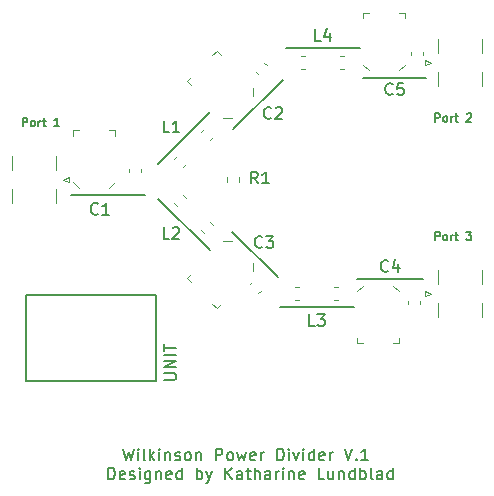
<source format=gbr>
G04 #@! TF.GenerationSoftware,KiCad,Pcbnew,(6.0.4)*
G04 #@! TF.CreationDate,2022-07-08T01:04:45-04:00*
G04 #@! TF.ProjectId,power_divider,706f7765-725f-4646-9976-696465722e6b,Version 2*
G04 #@! TF.SameCoordinates,Original*
G04 #@! TF.FileFunction,Legend,Top*
G04 #@! TF.FilePolarity,Positive*
%FSLAX46Y46*%
G04 Gerber Fmt 4.6, Leading zero omitted, Abs format (unit mm)*
G04 Created by KiCad (PCBNEW (6.0.4)) date 2022-07-08 01:04:45*
%MOMM*%
%LPD*%
G01*
G04 APERTURE LIST*
%ADD10C,0.150000*%
%ADD11C,0.120000*%
G04 APERTURE END LIST*
D10*
X138485910Y-69032090D02*
X134310090Y-73207910D01*
X138074756Y-85750756D02*
X134213245Y-81889245D01*
X144526000Y-88265000D02*
X138239500Y-88265000D01*
X144780000Y-85852000D02*
X150368000Y-85852000D01*
X145034000Y-66294000D02*
X138747500Y-66294000D01*
X116750000Y-87250000D02*
X127750000Y-87250000D01*
X127750000Y-87250000D02*
X127750000Y-94500000D01*
X127750000Y-94500000D02*
X116750000Y-94500000D01*
X116750000Y-94500000D02*
X116750000Y-87250000D01*
X127933675Y-79079838D02*
X132334000Y-83480163D01*
X127933675Y-76155325D02*
X132334000Y-71755000D01*
X120586501Y-78740000D02*
X126809500Y-78740000D01*
X145288000Y-68834000D02*
X150622000Y-68834000D01*
X125001095Y-100247380D02*
X125239190Y-101247380D01*
X125429666Y-100533095D01*
X125620142Y-101247380D01*
X125858238Y-100247380D01*
X126239190Y-101247380D02*
X126239190Y-100580714D01*
X126239190Y-100247380D02*
X126191571Y-100295000D01*
X126239190Y-100342619D01*
X126286809Y-100295000D01*
X126239190Y-100247380D01*
X126239190Y-100342619D01*
X126858238Y-101247380D02*
X126763000Y-101199761D01*
X126715380Y-101104523D01*
X126715380Y-100247380D01*
X127239190Y-101247380D02*
X127239190Y-100247380D01*
X127334428Y-100866428D02*
X127620142Y-101247380D01*
X127620142Y-100580714D02*
X127239190Y-100961666D01*
X128048714Y-101247380D02*
X128048714Y-100580714D01*
X128048714Y-100247380D02*
X128001095Y-100295000D01*
X128048714Y-100342619D01*
X128096333Y-100295000D01*
X128048714Y-100247380D01*
X128048714Y-100342619D01*
X128524904Y-100580714D02*
X128524904Y-101247380D01*
X128524904Y-100675952D02*
X128572523Y-100628333D01*
X128667761Y-100580714D01*
X128810619Y-100580714D01*
X128905857Y-100628333D01*
X128953476Y-100723571D01*
X128953476Y-101247380D01*
X129382047Y-101199761D02*
X129477285Y-101247380D01*
X129667761Y-101247380D01*
X129763000Y-101199761D01*
X129810619Y-101104523D01*
X129810619Y-101056904D01*
X129763000Y-100961666D01*
X129667761Y-100914047D01*
X129524904Y-100914047D01*
X129429666Y-100866428D01*
X129382047Y-100771190D01*
X129382047Y-100723571D01*
X129429666Y-100628333D01*
X129524904Y-100580714D01*
X129667761Y-100580714D01*
X129763000Y-100628333D01*
X130382047Y-101247380D02*
X130286809Y-101199761D01*
X130239190Y-101152142D01*
X130191571Y-101056904D01*
X130191571Y-100771190D01*
X130239190Y-100675952D01*
X130286809Y-100628333D01*
X130382047Y-100580714D01*
X130524904Y-100580714D01*
X130620142Y-100628333D01*
X130667761Y-100675952D01*
X130715380Y-100771190D01*
X130715380Y-101056904D01*
X130667761Y-101152142D01*
X130620142Y-101199761D01*
X130524904Y-101247380D01*
X130382047Y-101247380D01*
X131143952Y-100580714D02*
X131143952Y-101247380D01*
X131143952Y-100675952D02*
X131191571Y-100628333D01*
X131286809Y-100580714D01*
X131429666Y-100580714D01*
X131524904Y-100628333D01*
X131572523Y-100723571D01*
X131572523Y-101247380D01*
X132810619Y-101247380D02*
X132810619Y-100247380D01*
X133191571Y-100247380D01*
X133286809Y-100295000D01*
X133334428Y-100342619D01*
X133382047Y-100437857D01*
X133382047Y-100580714D01*
X133334428Y-100675952D01*
X133286809Y-100723571D01*
X133191571Y-100771190D01*
X132810619Y-100771190D01*
X133953476Y-101247380D02*
X133858238Y-101199761D01*
X133810619Y-101152142D01*
X133763000Y-101056904D01*
X133763000Y-100771190D01*
X133810619Y-100675952D01*
X133858238Y-100628333D01*
X133953476Y-100580714D01*
X134096333Y-100580714D01*
X134191571Y-100628333D01*
X134239190Y-100675952D01*
X134286809Y-100771190D01*
X134286809Y-101056904D01*
X134239190Y-101152142D01*
X134191571Y-101199761D01*
X134096333Y-101247380D01*
X133953476Y-101247380D01*
X134620142Y-100580714D02*
X134810619Y-101247380D01*
X135001095Y-100771190D01*
X135191571Y-101247380D01*
X135382047Y-100580714D01*
X136143952Y-101199761D02*
X136048714Y-101247380D01*
X135858238Y-101247380D01*
X135763000Y-101199761D01*
X135715380Y-101104523D01*
X135715380Y-100723571D01*
X135763000Y-100628333D01*
X135858238Y-100580714D01*
X136048714Y-100580714D01*
X136143952Y-100628333D01*
X136191571Y-100723571D01*
X136191571Y-100818809D01*
X135715380Y-100914047D01*
X136620142Y-101247380D02*
X136620142Y-100580714D01*
X136620142Y-100771190D02*
X136667761Y-100675952D01*
X136715380Y-100628333D01*
X136810619Y-100580714D01*
X136905857Y-100580714D01*
X138001095Y-101247380D02*
X138001095Y-100247380D01*
X138239190Y-100247380D01*
X138382047Y-100295000D01*
X138477285Y-100390238D01*
X138524904Y-100485476D01*
X138572523Y-100675952D01*
X138572523Y-100818809D01*
X138524904Y-101009285D01*
X138477285Y-101104523D01*
X138382047Y-101199761D01*
X138239190Y-101247380D01*
X138001095Y-101247380D01*
X139001095Y-101247380D02*
X139001095Y-100580714D01*
X139001095Y-100247380D02*
X138953476Y-100295000D01*
X139001095Y-100342619D01*
X139048714Y-100295000D01*
X139001095Y-100247380D01*
X139001095Y-100342619D01*
X139382047Y-100580714D02*
X139620142Y-101247380D01*
X139858238Y-100580714D01*
X140239190Y-101247380D02*
X140239190Y-100580714D01*
X140239190Y-100247380D02*
X140191571Y-100295000D01*
X140239190Y-100342619D01*
X140286809Y-100295000D01*
X140239190Y-100247380D01*
X140239190Y-100342619D01*
X141143952Y-101247380D02*
X141143952Y-100247380D01*
X141143952Y-101199761D02*
X141048714Y-101247380D01*
X140858238Y-101247380D01*
X140763000Y-101199761D01*
X140715380Y-101152142D01*
X140667761Y-101056904D01*
X140667761Y-100771190D01*
X140715380Y-100675952D01*
X140763000Y-100628333D01*
X140858238Y-100580714D01*
X141048714Y-100580714D01*
X141143952Y-100628333D01*
X142001095Y-101199761D02*
X141905857Y-101247380D01*
X141715380Y-101247380D01*
X141620142Y-101199761D01*
X141572523Y-101104523D01*
X141572523Y-100723571D01*
X141620142Y-100628333D01*
X141715380Y-100580714D01*
X141905857Y-100580714D01*
X142001095Y-100628333D01*
X142048714Y-100723571D01*
X142048714Y-100818809D01*
X141572523Y-100914047D01*
X142477285Y-101247380D02*
X142477285Y-100580714D01*
X142477285Y-100771190D02*
X142524904Y-100675952D01*
X142572523Y-100628333D01*
X142667761Y-100580714D01*
X142763000Y-100580714D01*
X143715380Y-100247380D02*
X144048714Y-101247380D01*
X144382047Y-100247380D01*
X144715380Y-101152142D02*
X144763000Y-101199761D01*
X144715380Y-101247380D01*
X144667761Y-101199761D01*
X144715380Y-101152142D01*
X144715380Y-101247380D01*
X145715380Y-101247380D02*
X145143952Y-101247380D01*
X145429666Y-101247380D02*
X145429666Y-100247380D01*
X145334428Y-100390238D01*
X145239190Y-100485476D01*
X145143952Y-100533095D01*
X123715380Y-102857380D02*
X123715380Y-101857380D01*
X123953476Y-101857380D01*
X124096333Y-101905000D01*
X124191571Y-102000238D01*
X124239190Y-102095476D01*
X124286809Y-102285952D01*
X124286809Y-102428809D01*
X124239190Y-102619285D01*
X124191571Y-102714523D01*
X124096333Y-102809761D01*
X123953476Y-102857380D01*
X123715380Y-102857380D01*
X125096333Y-102809761D02*
X125001095Y-102857380D01*
X124810619Y-102857380D01*
X124715380Y-102809761D01*
X124667761Y-102714523D01*
X124667761Y-102333571D01*
X124715380Y-102238333D01*
X124810619Y-102190714D01*
X125001095Y-102190714D01*
X125096333Y-102238333D01*
X125143952Y-102333571D01*
X125143952Y-102428809D01*
X124667761Y-102524047D01*
X125524904Y-102809761D02*
X125620142Y-102857380D01*
X125810619Y-102857380D01*
X125905857Y-102809761D01*
X125953476Y-102714523D01*
X125953476Y-102666904D01*
X125905857Y-102571666D01*
X125810619Y-102524047D01*
X125667761Y-102524047D01*
X125572523Y-102476428D01*
X125524904Y-102381190D01*
X125524904Y-102333571D01*
X125572523Y-102238333D01*
X125667761Y-102190714D01*
X125810619Y-102190714D01*
X125905857Y-102238333D01*
X126382047Y-102857380D02*
X126382047Y-102190714D01*
X126382047Y-101857380D02*
X126334428Y-101905000D01*
X126382047Y-101952619D01*
X126429666Y-101905000D01*
X126382047Y-101857380D01*
X126382047Y-101952619D01*
X127286809Y-102190714D02*
X127286809Y-103000238D01*
X127239190Y-103095476D01*
X127191571Y-103143095D01*
X127096333Y-103190714D01*
X126953476Y-103190714D01*
X126858238Y-103143095D01*
X127286809Y-102809761D02*
X127191571Y-102857380D01*
X127001095Y-102857380D01*
X126905857Y-102809761D01*
X126858238Y-102762142D01*
X126810619Y-102666904D01*
X126810619Y-102381190D01*
X126858238Y-102285952D01*
X126905857Y-102238333D01*
X127001095Y-102190714D01*
X127191571Y-102190714D01*
X127286809Y-102238333D01*
X127763000Y-102190714D02*
X127763000Y-102857380D01*
X127763000Y-102285952D02*
X127810619Y-102238333D01*
X127905857Y-102190714D01*
X128048714Y-102190714D01*
X128143952Y-102238333D01*
X128191571Y-102333571D01*
X128191571Y-102857380D01*
X129048714Y-102809761D02*
X128953476Y-102857380D01*
X128763000Y-102857380D01*
X128667761Y-102809761D01*
X128620142Y-102714523D01*
X128620142Y-102333571D01*
X128667761Y-102238333D01*
X128763000Y-102190714D01*
X128953476Y-102190714D01*
X129048714Y-102238333D01*
X129096333Y-102333571D01*
X129096333Y-102428809D01*
X128620142Y-102524047D01*
X129953476Y-102857380D02*
X129953476Y-101857380D01*
X129953476Y-102809761D02*
X129858238Y-102857380D01*
X129667761Y-102857380D01*
X129572523Y-102809761D01*
X129524904Y-102762142D01*
X129477285Y-102666904D01*
X129477285Y-102381190D01*
X129524904Y-102285952D01*
X129572523Y-102238333D01*
X129667761Y-102190714D01*
X129858238Y-102190714D01*
X129953476Y-102238333D01*
X131191571Y-102857380D02*
X131191571Y-101857380D01*
X131191571Y-102238333D02*
X131286809Y-102190714D01*
X131477285Y-102190714D01*
X131572523Y-102238333D01*
X131620142Y-102285952D01*
X131667761Y-102381190D01*
X131667761Y-102666904D01*
X131620142Y-102762142D01*
X131572523Y-102809761D01*
X131477285Y-102857380D01*
X131286809Y-102857380D01*
X131191571Y-102809761D01*
X132001095Y-102190714D02*
X132239190Y-102857380D01*
X132477285Y-102190714D02*
X132239190Y-102857380D01*
X132143952Y-103095476D01*
X132096333Y-103143095D01*
X132001095Y-103190714D01*
X133620142Y-102857380D02*
X133620142Y-101857380D01*
X134191571Y-102857380D02*
X133763000Y-102285952D01*
X134191571Y-101857380D02*
X133620142Y-102428809D01*
X135048714Y-102857380D02*
X135048714Y-102333571D01*
X135001095Y-102238333D01*
X134905857Y-102190714D01*
X134715380Y-102190714D01*
X134620142Y-102238333D01*
X135048714Y-102809761D02*
X134953476Y-102857380D01*
X134715380Y-102857380D01*
X134620142Y-102809761D01*
X134572523Y-102714523D01*
X134572523Y-102619285D01*
X134620142Y-102524047D01*
X134715380Y-102476428D01*
X134953476Y-102476428D01*
X135048714Y-102428809D01*
X135382047Y-102190714D02*
X135763000Y-102190714D01*
X135524904Y-101857380D02*
X135524904Y-102714523D01*
X135572523Y-102809761D01*
X135667761Y-102857380D01*
X135763000Y-102857380D01*
X136096333Y-102857380D02*
X136096333Y-101857380D01*
X136524904Y-102857380D02*
X136524904Y-102333571D01*
X136477285Y-102238333D01*
X136382047Y-102190714D01*
X136239190Y-102190714D01*
X136143952Y-102238333D01*
X136096333Y-102285952D01*
X137429666Y-102857380D02*
X137429666Y-102333571D01*
X137382047Y-102238333D01*
X137286809Y-102190714D01*
X137096333Y-102190714D01*
X137001095Y-102238333D01*
X137429666Y-102809761D02*
X137334428Y-102857380D01*
X137096333Y-102857380D01*
X137001095Y-102809761D01*
X136953476Y-102714523D01*
X136953476Y-102619285D01*
X137001095Y-102524047D01*
X137096333Y-102476428D01*
X137334428Y-102476428D01*
X137429666Y-102428809D01*
X137905857Y-102857380D02*
X137905857Y-102190714D01*
X137905857Y-102381190D02*
X137953476Y-102285952D01*
X138001095Y-102238333D01*
X138096333Y-102190714D01*
X138191571Y-102190714D01*
X138524904Y-102857380D02*
X138524904Y-102190714D01*
X138524904Y-101857380D02*
X138477285Y-101905000D01*
X138524904Y-101952619D01*
X138572523Y-101905000D01*
X138524904Y-101857380D01*
X138524904Y-101952619D01*
X139001095Y-102190714D02*
X139001095Y-102857380D01*
X139001095Y-102285952D02*
X139048714Y-102238333D01*
X139143952Y-102190714D01*
X139286809Y-102190714D01*
X139382047Y-102238333D01*
X139429666Y-102333571D01*
X139429666Y-102857380D01*
X140286809Y-102809761D02*
X140191571Y-102857380D01*
X140001095Y-102857380D01*
X139905857Y-102809761D01*
X139858238Y-102714523D01*
X139858238Y-102333571D01*
X139905857Y-102238333D01*
X140001095Y-102190714D01*
X140191571Y-102190714D01*
X140286809Y-102238333D01*
X140334428Y-102333571D01*
X140334428Y-102428809D01*
X139858238Y-102524047D01*
X142001095Y-102857380D02*
X141524904Y-102857380D01*
X141524904Y-101857380D01*
X142763000Y-102190714D02*
X142763000Y-102857380D01*
X142334428Y-102190714D02*
X142334428Y-102714523D01*
X142382047Y-102809761D01*
X142477285Y-102857380D01*
X142620142Y-102857380D01*
X142715380Y-102809761D01*
X142763000Y-102762142D01*
X143239190Y-102190714D02*
X143239190Y-102857380D01*
X143239190Y-102285952D02*
X143286809Y-102238333D01*
X143382047Y-102190714D01*
X143524904Y-102190714D01*
X143620142Y-102238333D01*
X143667761Y-102333571D01*
X143667761Y-102857380D01*
X144572523Y-102857380D02*
X144572523Y-101857380D01*
X144572523Y-102809761D02*
X144477285Y-102857380D01*
X144286809Y-102857380D01*
X144191571Y-102809761D01*
X144143952Y-102762142D01*
X144096333Y-102666904D01*
X144096333Y-102381190D01*
X144143952Y-102285952D01*
X144191571Y-102238333D01*
X144286809Y-102190714D01*
X144477285Y-102190714D01*
X144572523Y-102238333D01*
X145048714Y-102857380D02*
X145048714Y-101857380D01*
X145048714Y-102238333D02*
X145143952Y-102190714D01*
X145334428Y-102190714D01*
X145429666Y-102238333D01*
X145477285Y-102285952D01*
X145524904Y-102381190D01*
X145524904Y-102666904D01*
X145477285Y-102762142D01*
X145429666Y-102809761D01*
X145334428Y-102857380D01*
X145143952Y-102857380D01*
X145048714Y-102809761D01*
X146096333Y-102857380D02*
X146001095Y-102809761D01*
X145953476Y-102714523D01*
X145953476Y-101857380D01*
X146905857Y-102857380D02*
X146905857Y-102333571D01*
X146858238Y-102238333D01*
X146763000Y-102190714D01*
X146572523Y-102190714D01*
X146477285Y-102238333D01*
X146905857Y-102809761D02*
X146810619Y-102857380D01*
X146572523Y-102857380D01*
X146477285Y-102809761D01*
X146429666Y-102714523D01*
X146429666Y-102619285D01*
X146477285Y-102524047D01*
X146572523Y-102476428D01*
X146810619Y-102476428D01*
X146905857Y-102428809D01*
X147810619Y-102857380D02*
X147810619Y-101857380D01*
X147810619Y-102809761D02*
X147715380Y-102857380D01*
X147524904Y-102857380D01*
X147429666Y-102809761D01*
X147382047Y-102762142D01*
X147334428Y-102666904D01*
X147334428Y-102381190D01*
X147382047Y-102285952D01*
X147429666Y-102238333D01*
X147524904Y-102190714D01*
X147715380Y-102190714D01*
X147810619Y-102238333D01*
X151391333Y-72579666D02*
X151391333Y-71879666D01*
X151658000Y-71879666D01*
X151724666Y-71913000D01*
X151758000Y-71946333D01*
X151791333Y-72013000D01*
X151791333Y-72113000D01*
X151758000Y-72179666D01*
X151724666Y-72213000D01*
X151658000Y-72246333D01*
X151391333Y-72246333D01*
X152191333Y-72579666D02*
X152124666Y-72546333D01*
X152091333Y-72513000D01*
X152058000Y-72446333D01*
X152058000Y-72246333D01*
X152091333Y-72179666D01*
X152124666Y-72146333D01*
X152191333Y-72113000D01*
X152291333Y-72113000D01*
X152358000Y-72146333D01*
X152391333Y-72179666D01*
X152424666Y-72246333D01*
X152424666Y-72446333D01*
X152391333Y-72513000D01*
X152358000Y-72546333D01*
X152291333Y-72579666D01*
X152191333Y-72579666D01*
X152724666Y-72579666D02*
X152724666Y-72113000D01*
X152724666Y-72246333D02*
X152758000Y-72179666D01*
X152791333Y-72146333D01*
X152858000Y-72113000D01*
X152924666Y-72113000D01*
X153058000Y-72113000D02*
X153324666Y-72113000D01*
X153158000Y-71879666D02*
X153158000Y-72479666D01*
X153191333Y-72546333D01*
X153258000Y-72579666D01*
X153324666Y-72579666D01*
X154058000Y-71946333D02*
X154091333Y-71913000D01*
X154158000Y-71879666D01*
X154324666Y-71879666D01*
X154391333Y-71913000D01*
X154424666Y-71946333D01*
X154458000Y-72013000D01*
X154458000Y-72079666D01*
X154424666Y-72179666D01*
X154024666Y-72579666D01*
X154458000Y-72579666D01*
X128865333Y-82494380D02*
X128389142Y-82494380D01*
X128389142Y-81494380D01*
X129151047Y-81589619D02*
X129198666Y-81542000D01*
X129293904Y-81494380D01*
X129532000Y-81494380D01*
X129627238Y-81542000D01*
X129674857Y-81589619D01*
X129722476Y-81684857D01*
X129722476Y-81780095D01*
X129674857Y-81922952D01*
X129103428Y-82494380D01*
X129722476Y-82494380D01*
X151391333Y-82612666D02*
X151391333Y-81912666D01*
X151658000Y-81912666D01*
X151724666Y-81946000D01*
X151758000Y-81979333D01*
X151791333Y-82046000D01*
X151791333Y-82146000D01*
X151758000Y-82212666D01*
X151724666Y-82246000D01*
X151658000Y-82279333D01*
X151391333Y-82279333D01*
X152191333Y-82612666D02*
X152124666Y-82579333D01*
X152091333Y-82546000D01*
X152058000Y-82479333D01*
X152058000Y-82279333D01*
X152091333Y-82212666D01*
X152124666Y-82179333D01*
X152191333Y-82146000D01*
X152291333Y-82146000D01*
X152358000Y-82179333D01*
X152391333Y-82212666D01*
X152424666Y-82279333D01*
X152424666Y-82479333D01*
X152391333Y-82546000D01*
X152358000Y-82579333D01*
X152291333Y-82612666D01*
X152191333Y-82612666D01*
X152724666Y-82612666D02*
X152724666Y-82146000D01*
X152724666Y-82279333D02*
X152758000Y-82212666D01*
X152791333Y-82179333D01*
X152858000Y-82146000D01*
X152924666Y-82146000D01*
X153058000Y-82146000D02*
X153324666Y-82146000D01*
X153158000Y-81912666D02*
X153158000Y-82512666D01*
X153191333Y-82579333D01*
X153258000Y-82612666D01*
X153324666Y-82612666D01*
X154024666Y-81912666D02*
X154458000Y-81912666D01*
X154224666Y-82179333D01*
X154324666Y-82179333D01*
X154391333Y-82212666D01*
X154424666Y-82246000D01*
X154458000Y-82312666D01*
X154458000Y-82479333D01*
X154424666Y-82546000D01*
X154391333Y-82579333D01*
X154324666Y-82612666D01*
X154124666Y-82612666D01*
X154058000Y-82579333D01*
X154024666Y-82546000D01*
X128452380Y-94428571D02*
X129261904Y-94428571D01*
X129357142Y-94380952D01*
X129404761Y-94333333D01*
X129452380Y-94238095D01*
X129452380Y-94047619D01*
X129404761Y-93952380D01*
X129357142Y-93904761D01*
X129261904Y-93857142D01*
X128452380Y-93857142D01*
X129452380Y-93380952D02*
X128452380Y-93380952D01*
X129452380Y-92809523D01*
X128452380Y-92809523D01*
X129452380Y-92333333D02*
X128452380Y-92333333D01*
X128452380Y-92000000D02*
X128452380Y-91428571D01*
X129452380Y-91714285D02*
X128452380Y-91714285D01*
X116466333Y-72960666D02*
X116466333Y-72260666D01*
X116733000Y-72260666D01*
X116799666Y-72294000D01*
X116833000Y-72327333D01*
X116866333Y-72394000D01*
X116866333Y-72494000D01*
X116833000Y-72560666D01*
X116799666Y-72594000D01*
X116733000Y-72627333D01*
X116466333Y-72627333D01*
X117266333Y-72960666D02*
X117199666Y-72927333D01*
X117166333Y-72894000D01*
X117133000Y-72827333D01*
X117133000Y-72627333D01*
X117166333Y-72560666D01*
X117199666Y-72527333D01*
X117266333Y-72494000D01*
X117366333Y-72494000D01*
X117433000Y-72527333D01*
X117466333Y-72560666D01*
X117499666Y-72627333D01*
X117499666Y-72827333D01*
X117466333Y-72894000D01*
X117433000Y-72927333D01*
X117366333Y-72960666D01*
X117266333Y-72960666D01*
X117799666Y-72960666D02*
X117799666Y-72494000D01*
X117799666Y-72627333D02*
X117833000Y-72560666D01*
X117866333Y-72527333D01*
X117933000Y-72494000D01*
X117999666Y-72494000D01*
X118133000Y-72494000D02*
X118399666Y-72494000D01*
X118233000Y-72260666D02*
X118233000Y-72860666D01*
X118266333Y-72927333D01*
X118333000Y-72960666D01*
X118399666Y-72960666D01*
X119533000Y-72960666D02*
X119133000Y-72960666D01*
X119333000Y-72960666D02*
X119333000Y-72260666D01*
X119266333Y-72360666D01*
X119199666Y-72427333D01*
X119133000Y-72460666D01*
X136739333Y-83161142D02*
X136691714Y-83208761D01*
X136548857Y-83256380D01*
X136453619Y-83256380D01*
X136310761Y-83208761D01*
X136215523Y-83113523D01*
X136167904Y-83018285D01*
X136120285Y-82827809D01*
X136120285Y-82684952D01*
X136167904Y-82494476D01*
X136215523Y-82399238D01*
X136310761Y-82304000D01*
X136453619Y-82256380D01*
X136548857Y-82256380D01*
X136691714Y-82304000D01*
X136739333Y-82351619D01*
X137072666Y-82256380D02*
X137691714Y-82256380D01*
X137358380Y-82637333D01*
X137501238Y-82637333D01*
X137596476Y-82684952D01*
X137644095Y-82732571D01*
X137691714Y-82827809D01*
X137691714Y-83065904D01*
X137644095Y-83161142D01*
X137596476Y-83208761D01*
X137501238Y-83256380D01*
X137215523Y-83256380D01*
X137120285Y-83208761D01*
X137072666Y-83161142D01*
X141184333Y-89860380D02*
X140708142Y-89860380D01*
X140708142Y-88860380D01*
X141422428Y-88860380D02*
X142041476Y-88860380D01*
X141708142Y-89241333D01*
X141851000Y-89241333D01*
X141946238Y-89288952D01*
X141993857Y-89336571D01*
X142041476Y-89431809D01*
X142041476Y-89669904D01*
X141993857Y-89765142D01*
X141946238Y-89812761D01*
X141851000Y-89860380D01*
X141565285Y-89860380D01*
X141470047Y-89812761D01*
X141422428Y-89765142D01*
X147407333Y-85193142D02*
X147359714Y-85240761D01*
X147216857Y-85288380D01*
X147121619Y-85288380D01*
X146978761Y-85240761D01*
X146883523Y-85145523D01*
X146835904Y-85050285D01*
X146788285Y-84859809D01*
X146788285Y-84716952D01*
X146835904Y-84526476D01*
X146883523Y-84431238D01*
X146978761Y-84336000D01*
X147121619Y-84288380D01*
X147216857Y-84288380D01*
X147359714Y-84336000D01*
X147407333Y-84383619D01*
X148264476Y-84621714D02*
X148264476Y-85288380D01*
X148026380Y-84240761D02*
X147788285Y-84955047D01*
X148407333Y-84955047D01*
X141692333Y-65730380D02*
X141216142Y-65730380D01*
X141216142Y-64730380D01*
X142454238Y-65063714D02*
X142454238Y-65730380D01*
X142216142Y-64682761D02*
X141978047Y-65397047D01*
X142597095Y-65397047D01*
X137501333Y-72239142D02*
X137453714Y-72286761D01*
X137310857Y-72334380D01*
X137215619Y-72334380D01*
X137072761Y-72286761D01*
X136977523Y-72191523D01*
X136929904Y-72096285D01*
X136882285Y-71905809D01*
X136882285Y-71762952D01*
X136929904Y-71572476D01*
X136977523Y-71477238D01*
X137072761Y-71382000D01*
X137215619Y-71334380D01*
X137310857Y-71334380D01*
X137453714Y-71382000D01*
X137501333Y-71429619D01*
X137882285Y-71429619D02*
X137929904Y-71382000D01*
X138025142Y-71334380D01*
X138263238Y-71334380D01*
X138358476Y-71382000D01*
X138406095Y-71429619D01*
X138453714Y-71524857D01*
X138453714Y-71620095D01*
X138406095Y-71762952D01*
X137834666Y-72334380D01*
X138453714Y-72334380D01*
X147788333Y-70207142D02*
X147740714Y-70254761D01*
X147597857Y-70302380D01*
X147502619Y-70302380D01*
X147359761Y-70254761D01*
X147264523Y-70159523D01*
X147216904Y-70064285D01*
X147169285Y-69873809D01*
X147169285Y-69730952D01*
X147216904Y-69540476D01*
X147264523Y-69445238D01*
X147359761Y-69350000D01*
X147502619Y-69302380D01*
X147597857Y-69302380D01*
X147740714Y-69350000D01*
X147788333Y-69397619D01*
X148693095Y-69302380D02*
X148216904Y-69302380D01*
X148169285Y-69778571D01*
X148216904Y-69730952D01*
X148312142Y-69683333D01*
X148550238Y-69683333D01*
X148645476Y-69730952D01*
X148693095Y-69778571D01*
X148740714Y-69873809D01*
X148740714Y-70111904D01*
X148693095Y-70207142D01*
X148645476Y-70254761D01*
X148550238Y-70302380D01*
X148312142Y-70302380D01*
X148216904Y-70254761D01*
X148169285Y-70207142D01*
X122833333Y-80357142D02*
X122785714Y-80404761D01*
X122642857Y-80452380D01*
X122547619Y-80452380D01*
X122404761Y-80404761D01*
X122309523Y-80309523D01*
X122261904Y-80214285D01*
X122214285Y-80023809D01*
X122214285Y-79880952D01*
X122261904Y-79690476D01*
X122309523Y-79595238D01*
X122404761Y-79500000D01*
X122547619Y-79452380D01*
X122642857Y-79452380D01*
X122785714Y-79500000D01*
X122833333Y-79547619D01*
X123785714Y-80452380D02*
X123214285Y-80452380D01*
X123500000Y-80452380D02*
X123500000Y-79452380D01*
X123404761Y-79595238D01*
X123309523Y-79690476D01*
X123214285Y-79738095D01*
G04 #@! TO.C,L1*
X128865333Y-73477380D02*
X128389142Y-73477380D01*
X128389142Y-72477380D01*
X129722476Y-73477380D02*
X129151047Y-73477380D01*
X129436761Y-73477380D02*
X129436761Y-72477380D01*
X129341523Y-72620238D01*
X129246285Y-72715476D01*
X129151047Y-72763095D01*
G04 #@! TO.C,R1*
X136369333Y-77795380D02*
X136036000Y-77319190D01*
X135797904Y-77795380D02*
X135797904Y-76795380D01*
X136178857Y-76795380D01*
X136274095Y-76843000D01*
X136321714Y-76890619D01*
X136369333Y-76985857D01*
X136369333Y-77128714D01*
X136321714Y-77223952D01*
X136274095Y-77271571D01*
X136178857Y-77319190D01*
X135797904Y-77319190D01*
X137321714Y-77795380D02*
X136750285Y-77795380D01*
X137036000Y-77795380D02*
X137036000Y-76795380D01*
X136940761Y-76938238D01*
X136845523Y-77033476D01*
X136750285Y-77081095D01*
D11*
G04 #@! TO.C,L8*
X139537221Y-87632000D02*
X139862779Y-87632000D01*
X139537221Y-86612000D02*
X139862779Y-86612000D01*
G04 #@! TO.C,C7*
X136001650Y-70409173D02*
X136001650Y-69702066D01*
X130344796Y-69136381D02*
X130698350Y-69489934D01*
X134163173Y-72247650D02*
X133456066Y-72247650D01*
X132890381Y-66590796D02*
X132536827Y-66944350D01*
X132890381Y-66590796D02*
X133243934Y-66944350D01*
X130344796Y-69136381D02*
X130698350Y-68782827D01*
G04 #@! TO.C,C6*
X136001650Y-84530827D02*
X136001650Y-85237934D01*
X130344796Y-85803619D02*
X130698350Y-86157173D01*
X134163173Y-82692350D02*
X133456066Y-82692350D01*
X132890381Y-88349204D02*
X132536827Y-87995650D01*
X130344796Y-85803619D02*
X130698350Y-85450066D01*
X132890381Y-88349204D02*
X133243934Y-87995650D01*
G04 #@! TO.C,L6*
X129318273Y-79493522D02*
X129548478Y-79723727D01*
X130039522Y-78772273D02*
X130269727Y-79002478D01*
G04 #@! TO.C,L4*
X142839221Y-87632000D02*
X143164779Y-87632000D01*
X142839221Y-86612000D02*
X143164779Y-86612000D01*
G04 #@! TO.C,C2*
X150370000Y-66942580D02*
X150370000Y-66661420D01*
X149350000Y-66942580D02*
X149350000Y-66661420D01*
G04 #@! TO.C,C3*
X149096000Y-87743420D02*
X149096000Y-88024580D01*
X150116000Y-87743420D02*
X150116000Y-88024580D01*
G04 #@! TO.C,C8*
X135882781Y-86153970D02*
X135683970Y-86352781D01*
X136604030Y-86875219D02*
X136405219Y-87074030D01*
G04 #@! TO.C,J3*
X155325500Y-89072000D02*
X155325500Y-87962000D01*
X150565500Y-86872000D02*
X150565500Y-87372000D01*
X155325500Y-86282000D02*
X155325500Y-85172000D01*
X151065500Y-87122000D02*
X150565500Y-86872000D01*
X151615500Y-86282000D02*
X151615500Y-85172000D01*
X150565500Y-87372000D02*
X151065500Y-87122000D01*
X151615500Y-89072000D02*
X151615500Y-87962000D01*
G04 #@! TO.C,C1*
X125474000Y-76848580D02*
X125474000Y-76567420D01*
X126494000Y-76848580D02*
X126494000Y-76567420D01*
G04 #@! TO.C,J1*
X115602000Y-78310000D02*
X115602000Y-79420000D01*
X120362000Y-77720000D02*
X120362000Y-77220000D01*
X119312000Y-75520000D02*
X119312000Y-76630000D01*
X119862000Y-77470000D02*
X120362000Y-77720000D01*
X120362000Y-77220000D02*
X119862000Y-77470000D01*
X115602000Y-75520000D02*
X115602000Y-76630000D01*
X119312000Y-78310000D02*
X119312000Y-79420000D01*
G04 #@! TO.C,L5*
X130039522Y-76421727D02*
X130269727Y-76191522D01*
X129318273Y-75700478D02*
X129548478Y-75470273D01*
G04 #@! TO.C,C4*
X123800000Y-78200000D02*
X124300000Y-77700000D01*
X120700000Y-73300000D02*
X120700000Y-73800000D01*
X121200000Y-78200000D02*
X120700000Y-77700000D01*
X124300000Y-73300000D02*
X124300000Y-73800000D01*
X120700000Y-73300000D02*
X121200000Y-73300000D01*
X124300000Y-73300000D02*
X123800000Y-73300000D01*
G04 #@! TO.C,C5*
X137112030Y-67810781D02*
X136913219Y-67611970D01*
X136390781Y-68532030D02*
X136191970Y-68333219D01*
G04 #@! TO.C,L2*
X132325522Y-81058273D02*
X132555727Y-81288478D01*
X131604273Y-81779522D02*
X131834478Y-82009727D01*
G04 #@! TO.C,J2*
X151615500Y-69514000D02*
X151615500Y-68404000D01*
X151615500Y-66724000D02*
X151615500Y-65614000D01*
X151065500Y-67564000D02*
X150565500Y-67314000D01*
X155325500Y-69514000D02*
X155325500Y-68404000D01*
X155325500Y-66724000D02*
X155325500Y-65614000D01*
X150565500Y-67814000D02*
X151065500Y-67564000D01*
X150565500Y-67314000D02*
X150565500Y-67814000D01*
G04 #@! TO.C,C9*
X145766000Y-68236000D02*
X145266000Y-67736000D01*
X145266000Y-63336000D02*
X145766000Y-63336000D01*
X145266000Y-63336000D02*
X145266000Y-63836000D01*
X148866000Y-63336000D02*
X148866000Y-63836000D01*
X148866000Y-63336000D02*
X148366000Y-63336000D01*
X148366000Y-68236000D02*
X148866000Y-67736000D01*
G04 #@! TO.C,L1*
X131604273Y-73414478D02*
X131834478Y-73184273D01*
X132325522Y-74135727D02*
X132555727Y-73905522D01*
G04 #@! TO.C,R1*
X134772500Y-77232742D02*
X134772500Y-77707258D01*
X133727500Y-77232742D02*
X133727500Y-77707258D01*
G04 #@! TO.C,C10*
X145258000Y-86450000D02*
X144758000Y-86950000D01*
X144758000Y-91350000D02*
X144758000Y-90850000D01*
X148358000Y-91350000D02*
X147858000Y-91350000D01*
X148358000Y-91350000D02*
X148358000Y-90850000D01*
X147858000Y-86450000D02*
X148358000Y-86950000D01*
X144758000Y-91350000D02*
X145258000Y-91350000D01*
G04 #@! TO.C,L7*
X140045221Y-68074000D02*
X140370779Y-68074000D01*
X140045221Y-67054000D02*
X140370779Y-67054000D01*
G04 #@! TO.C,L3*
X143347221Y-67054000D02*
X143672779Y-67054000D01*
X143347221Y-68074000D02*
X143672779Y-68074000D01*
G04 #@! TD*
M02*

</source>
